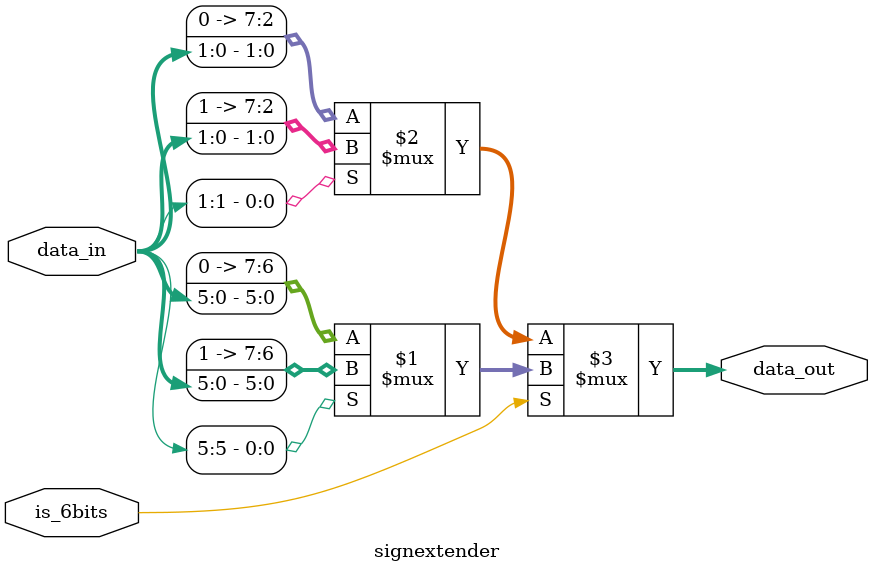
<source format=v>
`timescale 1ns/1ps

module signextender
(
    input [5:0] data_in,
    input is_6bits,
    output [7:0] data_out
);
    assign data_out = is_6bits ? 
        (data_in[5] ? {2'b11, data_in} : {2'b00, data_in}) : 
        (data_in[1] ? {6'b111111, data_in[1:0]} : {6'b000000, data_in[1:0]});
            
endmodule

</source>
